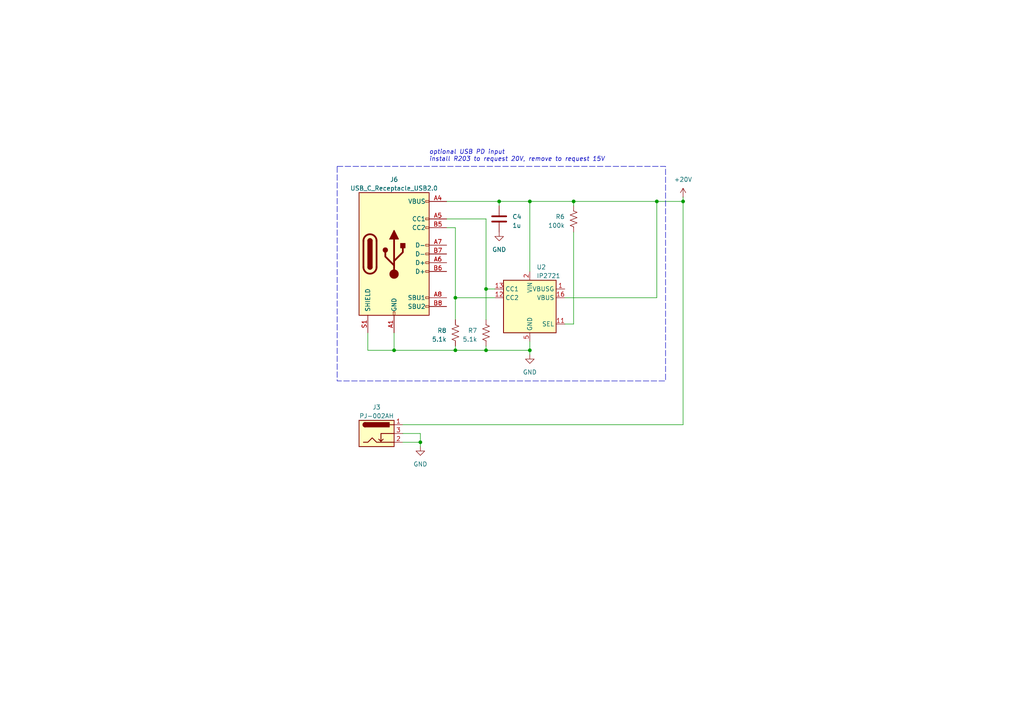
<source format=kicad_sch>
(kicad_sch
	(version 20231120)
	(generator "eeschema")
	(generator_version "8.0")
	(uuid "62756053-8f92-41aa-9a46-2fc6947760b2")
	(paper "A4")
	(lib_symbols
		(symbol "Connector:Barrel_Jack_Switch"
			(pin_names hide)
			(exclude_from_sim no)
			(in_bom yes)
			(on_board yes)
			(property "Reference" "J"
				(at 0 5.334 0)
				(effects
					(font
						(size 1.27 1.27)
					)
				)
			)
			(property "Value" "Barrel_Jack_Switch"
				(at 0 -5.08 0)
				(effects
					(font
						(size 1.27 1.27)
					)
				)
			)
			(property "Footprint" ""
				(at 1.27 -1.016 0)
				(effects
					(font
						(size 1.27 1.27)
					)
					(hide yes)
				)
			)
			(property "Datasheet" "~"
				(at 1.27 -1.016 0)
				(effects
					(font
						(size 1.27 1.27)
					)
					(hide yes)
				)
			)
			(property "Description" "DC Barrel Jack with an internal switch"
				(at 0 0 0)
				(effects
					(font
						(size 1.27 1.27)
					)
					(hide yes)
				)
			)
			(property "ki_keywords" "DC power barrel jack connector"
				(at 0 0 0)
				(effects
					(font
						(size 1.27 1.27)
					)
					(hide yes)
				)
			)
			(property "ki_fp_filters" "BarrelJack*"
				(at 0 0 0)
				(effects
					(font
						(size 1.27 1.27)
					)
					(hide yes)
				)
			)
			(symbol "Barrel_Jack_Switch_0_1"
				(rectangle
					(start -5.08 3.81)
					(end 5.08 -3.81)
					(stroke
						(width 0.254)
						(type default)
					)
					(fill
						(type background)
					)
				)
				(arc
					(start -3.302 3.175)
					(mid -3.9343 2.54)
					(end -3.302 1.905)
					(stroke
						(width 0.254)
						(type default)
					)
					(fill
						(type none)
					)
				)
				(arc
					(start -3.302 3.175)
					(mid -3.9343 2.54)
					(end -3.302 1.905)
					(stroke
						(width 0.254)
						(type default)
					)
					(fill
						(type outline)
					)
				)
				(polyline
					(pts
						(xy 1.27 -2.286) (xy 1.905 -1.651)
					)
					(stroke
						(width 0.254)
						(type default)
					)
					(fill
						(type none)
					)
				)
				(polyline
					(pts
						(xy 5.08 2.54) (xy 3.81 2.54)
					)
					(stroke
						(width 0.254)
						(type default)
					)
					(fill
						(type none)
					)
				)
				(polyline
					(pts
						(xy 5.08 0) (xy 1.27 0) (xy 1.27 -2.286) (xy 0.635 -1.651)
					)
					(stroke
						(width 0.254)
						(type default)
					)
					(fill
						(type none)
					)
				)
				(polyline
					(pts
						(xy -3.81 -2.54) (xy -2.54 -2.54) (xy -1.27 -1.27) (xy 0 -2.54) (xy 2.54 -2.54) (xy 5.08 -2.54)
					)
					(stroke
						(width 0.254)
						(type default)
					)
					(fill
						(type none)
					)
				)
				(rectangle
					(start 3.683 3.175)
					(end -3.302 1.905)
					(stroke
						(width 0.254)
						(type default)
					)
					(fill
						(type outline)
					)
				)
			)
			(symbol "Barrel_Jack_Switch_1_1"
				(pin passive line
					(at 7.62 2.54 180)
					(length 2.54)
					(name "~"
						(effects
							(font
								(size 1.27 1.27)
							)
						)
					)
					(number "1"
						(effects
							(font
								(size 1.27 1.27)
							)
						)
					)
				)
				(pin passive line
					(at 7.62 -2.54 180)
					(length 2.54)
					(name "~"
						(effects
							(font
								(size 1.27 1.27)
							)
						)
					)
					(number "2"
						(effects
							(font
								(size 1.27 1.27)
							)
						)
					)
				)
				(pin passive line
					(at 7.62 0 180)
					(length 2.54)
					(name "~"
						(effects
							(font
								(size 1.27 1.27)
							)
						)
					)
					(number "3"
						(effects
							(font
								(size 1.27 1.27)
							)
						)
					)
				)
			)
		)
		(symbol "Connector:USB_C_Receptacle_USB2.0"
			(pin_names
				(offset 1.016)
			)
			(exclude_from_sim no)
			(in_bom yes)
			(on_board yes)
			(property "Reference" "J"
				(at -10.16 19.05 0)
				(effects
					(font
						(size 1.27 1.27)
					)
					(justify left)
				)
			)
			(property "Value" "USB_C_Receptacle_USB2.0"
				(at 19.05 19.05 0)
				(effects
					(font
						(size 1.27 1.27)
					)
					(justify right)
				)
			)
			(property "Footprint" ""
				(at 3.81 0 0)
				(effects
					(font
						(size 1.27 1.27)
					)
					(hide yes)
				)
			)
			(property "Datasheet" "https://www.usb.org/sites/default/files/documents/usb_type-c.zip"
				(at 3.81 0 0)
				(effects
					(font
						(size 1.27 1.27)
					)
					(hide yes)
				)
			)
			(property "Description" "USB 2.0-only Type-C Receptacle connector"
				(at 0 0 0)
				(effects
					(font
						(size 1.27 1.27)
					)
					(hide yes)
				)
			)
			(property "ki_keywords" "usb universal serial bus type-C USB2.0"
				(at 0 0 0)
				(effects
					(font
						(size 1.27 1.27)
					)
					(hide yes)
				)
			)
			(property "ki_fp_filters" "USB*C*Receptacle*"
				(at 0 0 0)
				(effects
					(font
						(size 1.27 1.27)
					)
					(hide yes)
				)
			)
			(symbol "USB_C_Receptacle_USB2.0_0_0"
				(rectangle
					(start -0.254 -17.78)
					(end 0.254 -16.764)
					(stroke
						(width 0)
						(type default)
					)
					(fill
						(type none)
					)
				)
				(rectangle
					(start 10.16 -14.986)
					(end 9.144 -15.494)
					(stroke
						(width 0)
						(type default)
					)
					(fill
						(type none)
					)
				)
				(rectangle
					(start 10.16 -12.446)
					(end 9.144 -12.954)
					(stroke
						(width 0)
						(type default)
					)
					(fill
						(type none)
					)
				)
				(rectangle
					(start 10.16 -4.826)
					(end 9.144 -5.334)
					(stroke
						(width 0)
						(type default)
					)
					(fill
						(type none)
					)
				)
				(rectangle
					(start 10.16 -2.286)
					(end 9.144 -2.794)
					(stroke
						(width 0)
						(type default)
					)
					(fill
						(type none)
					)
				)
				(rectangle
					(start 10.16 0.254)
					(end 9.144 -0.254)
					(stroke
						(width 0)
						(type default)
					)
					(fill
						(type none)
					)
				)
				(rectangle
					(start 10.16 2.794)
					(end 9.144 2.286)
					(stroke
						(width 0)
						(type default)
					)
					(fill
						(type none)
					)
				)
				(rectangle
					(start 10.16 7.874)
					(end 9.144 7.366)
					(stroke
						(width 0)
						(type default)
					)
					(fill
						(type none)
					)
				)
				(rectangle
					(start 10.16 10.414)
					(end 9.144 9.906)
					(stroke
						(width 0)
						(type default)
					)
					(fill
						(type none)
					)
				)
				(rectangle
					(start 10.16 15.494)
					(end 9.144 14.986)
					(stroke
						(width 0)
						(type default)
					)
					(fill
						(type none)
					)
				)
			)
			(symbol "USB_C_Receptacle_USB2.0_0_1"
				(rectangle
					(start -10.16 17.78)
					(end 10.16 -17.78)
					(stroke
						(width 0.254)
						(type default)
					)
					(fill
						(type background)
					)
				)
				(arc
					(start -8.89 -3.81)
					(mid -6.985 -5.7067)
					(end -5.08 -3.81)
					(stroke
						(width 0.508)
						(type default)
					)
					(fill
						(type none)
					)
				)
				(arc
					(start -7.62 -3.81)
					(mid -6.985 -4.4423)
					(end -6.35 -3.81)
					(stroke
						(width 0.254)
						(type default)
					)
					(fill
						(type none)
					)
				)
				(arc
					(start -7.62 -3.81)
					(mid -6.985 -4.4423)
					(end -6.35 -3.81)
					(stroke
						(width 0.254)
						(type default)
					)
					(fill
						(type outline)
					)
				)
				(rectangle
					(start -7.62 -3.81)
					(end -6.35 3.81)
					(stroke
						(width 0.254)
						(type default)
					)
					(fill
						(type outline)
					)
				)
				(arc
					(start -6.35 3.81)
					(mid -6.985 4.4423)
					(end -7.62 3.81)
					(stroke
						(width 0.254)
						(type default)
					)
					(fill
						(type none)
					)
				)
				(arc
					(start -6.35 3.81)
					(mid -6.985 4.4423)
					(end -7.62 3.81)
					(stroke
						(width 0.254)
						(type default)
					)
					(fill
						(type outline)
					)
				)
				(arc
					(start -5.08 3.81)
					(mid -6.985 5.7067)
					(end -8.89 3.81)
					(stroke
						(width 0.508)
						(type default)
					)
					(fill
						(type none)
					)
				)
				(circle
					(center -2.54 1.143)
					(radius 0.635)
					(stroke
						(width 0.254)
						(type default)
					)
					(fill
						(type outline)
					)
				)
				(circle
					(center 0 -5.842)
					(radius 1.27)
					(stroke
						(width 0)
						(type default)
					)
					(fill
						(type outline)
					)
				)
				(polyline
					(pts
						(xy -8.89 -3.81) (xy -8.89 3.81)
					)
					(stroke
						(width 0.508)
						(type default)
					)
					(fill
						(type none)
					)
				)
				(polyline
					(pts
						(xy -5.08 3.81) (xy -5.08 -3.81)
					)
					(stroke
						(width 0.508)
						(type default)
					)
					(fill
						(type none)
					)
				)
				(polyline
					(pts
						(xy 0 -5.842) (xy 0 4.318)
					)
					(stroke
						(width 0.508)
						(type default)
					)
					(fill
						(type none)
					)
				)
				(polyline
					(pts
						(xy 0 -3.302) (xy -2.54 -0.762) (xy -2.54 0.508)
					)
					(stroke
						(width 0.508)
						(type default)
					)
					(fill
						(type none)
					)
				)
				(polyline
					(pts
						(xy 0 -2.032) (xy 2.54 0.508) (xy 2.54 1.778)
					)
					(stroke
						(width 0.508)
						(type default)
					)
					(fill
						(type none)
					)
				)
				(polyline
					(pts
						(xy -1.27 4.318) (xy 0 6.858) (xy 1.27 4.318) (xy -1.27 4.318)
					)
					(stroke
						(width 0.254)
						(type default)
					)
					(fill
						(type outline)
					)
				)
				(rectangle
					(start 1.905 1.778)
					(end 3.175 3.048)
					(stroke
						(width 0.254)
						(type default)
					)
					(fill
						(type outline)
					)
				)
			)
			(symbol "USB_C_Receptacle_USB2.0_1_1"
				(pin passive line
					(at 0 -22.86 90)
					(length 5.08)
					(name "GND"
						(effects
							(font
								(size 1.27 1.27)
							)
						)
					)
					(number "A1"
						(effects
							(font
								(size 1.27 1.27)
							)
						)
					)
				)
				(pin passive line
					(at 0 -22.86 90)
					(length 5.08) hide
					(name "GND"
						(effects
							(font
								(size 1.27 1.27)
							)
						)
					)
					(number "A12"
						(effects
							(font
								(size 1.27 1.27)
							)
						)
					)
				)
				(pin passive line
					(at 15.24 15.24 180)
					(length 5.08)
					(name "VBUS"
						(effects
							(font
								(size 1.27 1.27)
							)
						)
					)
					(number "A4"
						(effects
							(font
								(size 1.27 1.27)
							)
						)
					)
				)
				(pin bidirectional line
					(at 15.24 10.16 180)
					(length 5.08)
					(name "CC1"
						(effects
							(font
								(size 1.27 1.27)
							)
						)
					)
					(number "A5"
						(effects
							(font
								(size 1.27 1.27)
							)
						)
					)
				)
				(pin bidirectional line
					(at 15.24 -2.54 180)
					(length 5.08)
					(name "D+"
						(effects
							(font
								(size 1.27 1.27)
							)
						)
					)
					(number "A6"
						(effects
							(font
								(size 1.27 1.27)
							)
						)
					)
				)
				(pin bidirectional line
					(at 15.24 2.54 180)
					(length 5.08)
					(name "D-"
						(effects
							(font
								(size 1.27 1.27)
							)
						)
					)
					(number "A7"
						(effects
							(font
								(size 1.27 1.27)
							)
						)
					)
				)
				(pin bidirectional line
					(at 15.24 -12.7 180)
					(length 5.08)
					(name "SBU1"
						(effects
							(font
								(size 1.27 1.27)
							)
						)
					)
					(number "A8"
						(effects
							(font
								(size 1.27 1.27)
							)
						)
					)
				)
				(pin passive line
					(at 15.24 15.24 180)
					(length 5.08) hide
					(name "VBUS"
						(effects
							(font
								(size 1.27 1.27)
							)
						)
					)
					(number "A9"
						(effects
							(font
								(size 1.27 1.27)
							)
						)
					)
				)
				(pin passive line
					(at 0 -22.86 90)
					(length 5.08) hide
					(name "GND"
						(effects
							(font
								(size 1.27 1.27)
							)
						)
					)
					(number "B1"
						(effects
							(font
								(size 1.27 1.27)
							)
						)
					)
				)
				(pin passive line
					(at 0 -22.86 90)
					(length 5.08) hide
					(name "GND"
						(effects
							(font
								(size 1.27 1.27)
							)
						)
					)
					(number "B12"
						(effects
							(font
								(size 1.27 1.27)
							)
						)
					)
				)
				(pin passive line
					(at 15.24 15.24 180)
					(length 5.08) hide
					(name "VBUS"
						(effects
							(font
								(size 1.27 1.27)
							)
						)
					)
					(number "B4"
						(effects
							(font
								(size 1.27 1.27)
							)
						)
					)
				)
				(pin bidirectional line
					(at 15.24 7.62 180)
					(length 5.08)
					(name "CC2"
						(effects
							(font
								(size 1.27 1.27)
							)
						)
					)
					(number "B5"
						(effects
							(font
								(size 1.27 1.27)
							)
						)
					)
				)
				(pin bidirectional line
					(at 15.24 -5.08 180)
					(length 5.08)
					(name "D+"
						(effects
							(font
								(size 1.27 1.27)
							)
						)
					)
					(number "B6"
						(effects
							(font
								(size 1.27 1.27)
							)
						)
					)
				)
				(pin bidirectional line
					(at 15.24 0 180)
					(length 5.08)
					(name "D-"
						(effects
							(font
								(size 1.27 1.27)
							)
						)
					)
					(number "B7"
						(effects
							(font
								(size 1.27 1.27)
							)
						)
					)
				)
				(pin bidirectional line
					(at 15.24 -15.24 180)
					(length 5.08)
					(name "SBU2"
						(effects
							(font
								(size 1.27 1.27)
							)
						)
					)
					(number "B8"
						(effects
							(font
								(size 1.27 1.27)
							)
						)
					)
				)
				(pin passive line
					(at 15.24 15.24 180)
					(length 5.08) hide
					(name "VBUS"
						(effects
							(font
								(size 1.27 1.27)
							)
						)
					)
					(number "B9"
						(effects
							(font
								(size 1.27 1.27)
							)
						)
					)
				)
				(pin passive line
					(at -7.62 -22.86 90)
					(length 5.08)
					(name "SHIELD"
						(effects
							(font
								(size 1.27 1.27)
							)
						)
					)
					(number "S1"
						(effects
							(font
								(size 1.27 1.27)
							)
						)
					)
				)
			)
		)
		(symbol "Device:C"
			(pin_numbers hide)
			(pin_names
				(offset 0.254)
			)
			(exclude_from_sim no)
			(in_bom yes)
			(on_board yes)
			(property "Reference" "C"
				(at 0.635 2.54 0)
				(effects
					(font
						(size 1.27 1.27)
					)
					(justify left)
				)
			)
			(property "Value" "C"
				(at 0.635 -2.54 0)
				(effects
					(font
						(size 1.27 1.27)
					)
					(justify left)
				)
			)
			(property "Footprint" ""
				(at 0.9652 -3.81 0)
				(effects
					(font
						(size 1.27 1.27)
					)
					(hide yes)
				)
			)
			(property "Datasheet" "~"
				(at 0 0 0)
				(effects
					(font
						(size 1.27 1.27)
					)
					(hide yes)
				)
			)
			(property "Description" "Unpolarized capacitor"
				(at 0 0 0)
				(effects
					(font
						(size 1.27 1.27)
					)
					(hide yes)
				)
			)
			(property "ki_keywords" "cap capacitor"
				(at 0 0 0)
				(effects
					(font
						(size 1.27 1.27)
					)
					(hide yes)
				)
			)
			(property "ki_fp_filters" "C_*"
				(at 0 0 0)
				(effects
					(font
						(size 1.27 1.27)
					)
					(hide yes)
				)
			)
			(symbol "C_0_1"
				(polyline
					(pts
						(xy -2.032 -0.762) (xy 2.032 -0.762)
					)
					(stroke
						(width 0.508)
						(type default)
					)
					(fill
						(type none)
					)
				)
				(polyline
					(pts
						(xy -2.032 0.762) (xy 2.032 0.762)
					)
					(stroke
						(width 0.508)
						(type default)
					)
					(fill
						(type none)
					)
				)
			)
			(symbol "C_1_1"
				(pin passive line
					(at 0 3.81 270)
					(length 2.794)
					(name "~"
						(effects
							(font
								(size 1.27 1.27)
							)
						)
					)
					(number "1"
						(effects
							(font
								(size 1.27 1.27)
							)
						)
					)
				)
				(pin passive line
					(at 0 -3.81 90)
					(length 2.794)
					(name "~"
						(effects
							(font
								(size 1.27 1.27)
							)
						)
					)
					(number "2"
						(effects
							(font
								(size 1.27 1.27)
							)
						)
					)
				)
			)
		)
		(symbol "Device:R_US"
			(pin_numbers hide)
			(pin_names
				(offset 0)
			)
			(exclude_from_sim no)
			(in_bom yes)
			(on_board yes)
			(property "Reference" "R"
				(at 2.54 0 90)
				(effects
					(font
						(size 1.27 1.27)
					)
				)
			)
			(property "Value" "R_US"
				(at -2.54 0 90)
				(effects
					(font
						(size 1.27 1.27)
					)
				)
			)
			(property "Footprint" ""
				(at 1.016 -0.254 90)
				(effects
					(font
						(size 1.27 1.27)
					)
					(hide yes)
				)
			)
			(property "Datasheet" "~"
				(at 0 0 0)
				(effects
					(font
						(size 1.27 1.27)
					)
					(hide yes)
				)
			)
			(property "Description" "Resistor, US symbol"
				(at 0 0 0)
				(effects
					(font
						(size 1.27 1.27)
					)
					(hide yes)
				)
			)
			(property "ki_keywords" "R res resistor"
				(at 0 0 0)
				(effects
					(font
						(size 1.27 1.27)
					)
					(hide yes)
				)
			)
			(property "ki_fp_filters" "R_*"
				(at 0 0 0)
				(effects
					(font
						(size 1.27 1.27)
					)
					(hide yes)
				)
			)
			(symbol "R_US_0_1"
				(polyline
					(pts
						(xy 0 -2.286) (xy 0 -2.54)
					)
					(stroke
						(width 0)
						(type default)
					)
					(fill
						(type none)
					)
				)
				(polyline
					(pts
						(xy 0 2.286) (xy 0 2.54)
					)
					(stroke
						(width 0)
						(type default)
					)
					(fill
						(type none)
					)
				)
				(polyline
					(pts
						(xy 0 -0.762) (xy 1.016 -1.143) (xy 0 -1.524) (xy -1.016 -1.905) (xy 0 -2.286)
					)
					(stroke
						(width 0)
						(type default)
					)
					(fill
						(type none)
					)
				)
				(polyline
					(pts
						(xy 0 0.762) (xy 1.016 0.381) (xy 0 0) (xy -1.016 -0.381) (xy 0 -0.762)
					)
					(stroke
						(width 0)
						(type default)
					)
					(fill
						(type none)
					)
				)
				(polyline
					(pts
						(xy 0 2.286) (xy 1.016 1.905) (xy 0 1.524) (xy -1.016 1.143) (xy 0 0.762)
					)
					(stroke
						(width 0)
						(type default)
					)
					(fill
						(type none)
					)
				)
			)
			(symbol "R_US_1_1"
				(pin passive line
					(at 0 3.81 270)
					(length 1.27)
					(name "~"
						(effects
							(font
								(size 1.27 1.27)
							)
						)
					)
					(number "1"
						(effects
							(font
								(size 1.27 1.27)
							)
						)
					)
				)
				(pin passive line
					(at 0 -3.81 90)
					(length 1.27)
					(name "~"
						(effects
							(font
								(size 1.27 1.27)
							)
						)
					)
					(number "2"
						(effects
							(font
								(size 1.27 1.27)
							)
						)
					)
				)
			)
		)
		(symbol "Interface_USB:IP2721"
			(exclude_from_sim no)
			(in_bom yes)
			(on_board yes)
			(property "Reference" "U"
				(at 5.08 -10.16 0)
				(effects
					(font
						(size 1.27 1.27)
					)
				)
			)
			(property "Value" "IP2721"
				(at 7.62 -12.7 0)
				(effects
					(font
						(size 1.27 1.27)
					)
				)
			)
			(property "Footprint" "Package_SO:TSSOP-16_4.4x5mm_P0.65mm"
				(at 0 -20.32 0)
				(effects
					(font
						(size 1.27 1.27)
					)
					(hide yes)
				)
			)
			(property "Datasheet" "https://datasheet.lcsc.com/lcsc/2006111335_INJOINIC-IP2721_C603176.pdf"
				(at 0 0 0)
				(effects
					(font
						(size 1.27 1.27)
					)
					(hide yes)
				)
			)
			(property "Description" "USB TYPEC  PD Controller Interface, TSSOP-16"
				(at 0 0 0)
				(effects
					(font
						(size 1.27 1.27)
					)
					(hide yes)
				)
			)
			(property "ki_keywords" "USB TYPEC PD"
				(at 0 0 0)
				(effects
					(font
						(size 1.27 1.27)
					)
					(hide yes)
				)
			)
			(property "ki_fp_filters" "TSSOP*16*4.4x5mm*P0.65mm*"
				(at 0 0 0)
				(effects
					(font
						(size 1.27 1.27)
					)
					(hide yes)
				)
			)
			(symbol "IP2721_0_1"
				(rectangle
					(start -7.62 7.62)
					(end 7.62 -7.62)
					(stroke
						(width 0.254)
						(type default)
					)
					(fill
						(type background)
					)
				)
			)
			(symbol "IP2721_1_1"
				(pin output line
					(at 10.16 5.08 180)
					(length 2.54)
					(name "VBUSG"
						(effects
							(font
								(size 1.27 1.27)
							)
						)
					)
					(number "1"
						(effects
							(font
								(size 1.27 1.27)
							)
						)
					)
				)
				(pin no_connect line
					(at -2.54 -7.62 90)
					(length 2.54) hide
					(name "NC"
						(effects
							(font
								(size 1.27 1.27)
							)
						)
					)
					(number "10"
						(effects
							(font
								(size 1.27 1.27)
							)
						)
					)
				)
				(pin input line
					(at 10.16 -5.08 180)
					(length 2.54)
					(name "SEL"
						(effects
							(font
								(size 1.27 1.27)
							)
						)
					)
					(number "11"
						(effects
							(font
								(size 1.27 1.27)
							)
						)
					)
				)
				(pin bidirectional line
					(at -10.16 2.54 0)
					(length 2.54)
					(name "CC2"
						(effects
							(font
								(size 1.27 1.27)
							)
						)
					)
					(number "12"
						(effects
							(font
								(size 1.27 1.27)
							)
						)
					)
				)
				(pin bidirectional line
					(at -10.16 5.08 0)
					(length 2.54)
					(name "CC1"
						(effects
							(font
								(size 1.27 1.27)
							)
						)
					)
					(number "13"
						(effects
							(font
								(size 1.27 1.27)
							)
						)
					)
				)
				(pin no_connect line
					(at 2.54 -7.62 90)
					(length 2.54) hide
					(name "NC"
						(effects
							(font
								(size 1.27 1.27)
							)
						)
					)
					(number "14"
						(effects
							(font
								(size 1.27 1.27)
							)
						)
					)
				)
				(pin no_connect line
					(at 5.08 -7.62 90)
					(length 2.54) hide
					(name "NC"
						(effects
							(font
								(size 1.27 1.27)
							)
						)
					)
					(number "15"
						(effects
							(font
								(size 1.27 1.27)
							)
						)
					)
				)
				(pin input line
					(at 10.16 2.54 180)
					(length 2.54)
					(name "VBUS"
						(effects
							(font
								(size 1.27 1.27)
							)
						)
					)
					(number "16"
						(effects
							(font
								(size 1.27 1.27)
							)
						)
					)
				)
				(pin power_in line
					(at 0 10.16 270)
					(length 2.54)
					(name "VIN"
						(effects
							(font
								(size 1.27 1.27)
							)
						)
					)
					(number "2"
						(effects
							(font
								(size 1.27 1.27)
							)
						)
					)
				)
				(pin no_connect line
					(at -5.08 7.62 270)
					(length 2.54) hide
					(name "NC"
						(effects
							(font
								(size 1.27 1.27)
							)
						)
					)
					(number "3"
						(effects
							(font
								(size 1.27 1.27)
							)
						)
					)
				)
				(pin no_connect line
					(at -7.62 -2.54 0)
					(length 2.54) hide
					(name "NC"
						(effects
							(font
								(size 1.27 1.27)
							)
						)
					)
					(number "4"
						(effects
							(font
								(size 1.27 1.27)
							)
						)
					)
				)
				(pin power_in line
					(at 0 -10.16 90)
					(length 2.54)
					(name "GND"
						(effects
							(font
								(size 1.27 1.27)
							)
						)
					)
					(number "5"
						(effects
							(font
								(size 1.27 1.27)
							)
						)
					)
				)
				(pin no_connect line
					(at -2.54 7.62 270)
					(length 2.54) hide
					(name "NC"
						(effects
							(font
								(size 1.27 1.27)
							)
						)
					)
					(number "6"
						(effects
							(font
								(size 1.27 1.27)
							)
						)
					)
				)
				(pin no_connect line
					(at 2.54 7.62 90)
					(length 2.54) hide
					(name "NC"
						(effects
							(font
								(size 1.27 1.27)
							)
						)
					)
					(number "7"
						(effects
							(font
								(size 1.27 1.27)
							)
						)
					)
				)
				(pin no_connect line
					(at 5.08 7.62 90)
					(length 2.54) hide
					(name "NC"
						(effects
							(font
								(size 1.27 1.27)
							)
						)
					)
					(number "8"
						(effects
							(font
								(size 1.27 1.27)
							)
						)
					)
				)
				(pin no_connect line
					(at -5.08 -7.62 90)
					(length 2.54) hide
					(name "NC"
						(effects
							(font
								(size 1.27 1.27)
							)
						)
					)
					(number "9"
						(effects
							(font
								(size 1.27 1.27)
							)
						)
					)
				)
			)
		)
		(symbol "power:+24V"
			(power)
			(pin_numbers hide)
			(pin_names
				(offset 0) hide)
			(exclude_from_sim no)
			(in_bom yes)
			(on_board yes)
			(property "Reference" "#PWR"
				(at 0 -3.81 0)
				(effects
					(font
						(size 1.27 1.27)
					)
					(hide yes)
				)
			)
			(property "Value" "+24V"
				(at 0 3.556 0)
				(effects
					(font
						(size 1.27 1.27)
					)
				)
			)
			(property "Footprint" ""
				(at 0 0 0)
				(effects
					(font
						(size 1.27 1.27)
					)
					(hide yes)
				)
			)
			(property "Datasheet" ""
				(at 0 0 0)
				(effects
					(font
						(size 1.27 1.27)
					)
					(hide yes)
				)
			)
			(property "Description" "Power symbol creates a global label with name \"+24V\""
				(at 0 0 0)
				(effects
					(font
						(size 1.27 1.27)
					)
					(hide yes)
				)
			)
			(property "ki_keywords" "global power"
				(at 0 0 0)
				(effects
					(font
						(size 1.27 1.27)
					)
					(hide yes)
				)
			)
			(symbol "+24V_0_1"
				(polyline
					(pts
						(xy -0.762 1.27) (xy 0 2.54)
					)
					(stroke
						(width 0)
						(type default)
					)
					(fill
						(type none)
					)
				)
				(polyline
					(pts
						(xy 0 0) (xy 0 2.54)
					)
					(stroke
						(width 0)
						(type default)
					)
					(fill
						(type none)
					)
				)
				(polyline
					(pts
						(xy 0 2.54) (xy 0.762 1.27)
					)
					(stroke
						(width 0)
						(type default)
					)
					(fill
						(type none)
					)
				)
			)
			(symbol "+24V_1_1"
				(pin power_in line
					(at 0 0 90)
					(length 0)
					(name "~"
						(effects
							(font
								(size 1.27 1.27)
							)
						)
					)
					(number "1"
						(effects
							(font
								(size 1.27 1.27)
							)
						)
					)
				)
			)
		)
		(symbol "power:GND"
			(power)
			(pin_names
				(offset 0)
			)
			(exclude_from_sim no)
			(in_bom yes)
			(on_board yes)
			(property "Reference" "#PWR"
				(at 0 -6.35 0)
				(effects
					(font
						(size 1.27 1.27)
					)
					(hide yes)
				)
			)
			(property "Value" "GND"
				(at 0 -3.81 0)
				(effects
					(font
						(size 1.27 1.27)
					)
				)
			)
			(property "Footprint" ""
				(at 0 0 0)
				(effects
					(font
						(size 1.27 1.27)
					)
					(hide yes)
				)
			)
			(property "Datasheet" ""
				(at 0 0 0)
				(effects
					(font
						(size 1.27 1.27)
					)
					(hide yes)
				)
			)
			(property "Description" "Power symbol creates a global label with name \"GND\" , ground"
				(at 0 0 0)
				(effects
					(font
						(size 1.27 1.27)
					)
					(hide yes)
				)
			)
			(property "ki_keywords" "global power"
				(at 0 0 0)
				(effects
					(font
						(size 1.27 1.27)
					)
					(hide yes)
				)
			)
			(symbol "GND_0_1"
				(polyline
					(pts
						(xy 0 0) (xy 0 -1.27) (xy 1.27 -1.27) (xy 0 -2.54) (xy -1.27 -1.27) (xy 0 -1.27)
					)
					(stroke
						(width 0)
						(type default)
					)
					(fill
						(type none)
					)
				)
			)
			(symbol "GND_1_1"
				(pin power_in line
					(at 0 0 270)
					(length 0) hide
					(name "GND"
						(effects
							(font
								(size 1.27 1.27)
							)
						)
					)
					(number "1"
						(effects
							(font
								(size 1.27 1.27)
							)
						)
					)
				)
			)
		)
	)
	(junction
		(at 132.08 86.36)
		(diameter 0)
		(color 0 0 0 0)
		(uuid "270291f4-0d0d-457a-9bbd-5ec0da387111")
	)
	(junction
		(at 121.92 128.27)
		(diameter 0)
		(color 0 0 0 0)
		(uuid "281448b9-27f8-438f-b156-67efa9ec5582")
	)
	(junction
		(at 190.5 58.42)
		(diameter 0)
		(color 0 0 0 0)
		(uuid "58b03b9a-166b-4b27-928a-77a8793bbb66")
	)
	(junction
		(at 132.08 101.6)
		(diameter 0)
		(color 0 0 0 0)
		(uuid "6048bd87-edc4-4e1a-88c6-9d59e56a960a")
	)
	(junction
		(at 153.67 58.42)
		(diameter 0)
		(color 0 0 0 0)
		(uuid "6df2c057-2c69-4d16-9e39-c5573a06bffe")
	)
	(junction
		(at 198.12 58.42)
		(diameter 0)
		(color 0 0 0 0)
		(uuid "8911d8ee-8f6d-4446-9e8a-76729f48c42a")
	)
	(junction
		(at 166.37 58.42)
		(diameter 0)
		(color 0 0 0 0)
		(uuid "954ffaa7-5a72-4251-b8d8-dbfeb189c7c8")
	)
	(junction
		(at 140.97 101.6)
		(diameter 0)
		(color 0 0 0 0)
		(uuid "a9c38d1f-ac37-4243-bc9b-d8b995cf7eae")
	)
	(junction
		(at 153.67 101.6)
		(diameter 0)
		(color 0 0 0 0)
		(uuid "bc0baf35-fb55-4abb-bbf7-50992592dd21")
	)
	(junction
		(at 114.3 101.6)
		(diameter 0)
		(color 0 0 0 0)
		(uuid "c6af0049-4223-4859-a76b-87877a2b1d31")
	)
	(junction
		(at 140.97 83.82)
		(diameter 0)
		(color 0 0 0 0)
		(uuid "cc9d0e1e-d00c-4ba0-8dc0-d750e4de6510")
	)
	(junction
		(at 144.78 58.42)
		(diameter 0)
		(color 0 0 0 0)
		(uuid "fac69fba-d407-43e8-90f8-b6f43f24f576")
	)
	(wire
		(pts
			(xy 140.97 100.33) (xy 140.97 101.6)
		)
		(stroke
			(width 0)
			(type default)
		)
		(uuid "02801d47-2f2a-4eea-ac65-1de30ee2abe2")
	)
	(wire
		(pts
			(xy 132.08 101.6) (xy 132.08 100.33)
		)
		(stroke
			(width 0)
			(type default)
		)
		(uuid "068f3a7d-c74c-4f53-bef0-d6f8f1d29284")
	)
	(wire
		(pts
			(xy 114.3 101.6) (xy 106.68 101.6)
		)
		(stroke
			(width 0)
			(type default)
		)
		(uuid "0aa8fb17-5914-4a0e-9d42-9c0124215e89")
	)
	(wire
		(pts
			(xy 132.08 101.6) (xy 140.97 101.6)
		)
		(stroke
			(width 0)
			(type default)
		)
		(uuid "0cd17908-32cd-42e0-a885-2fe9eb767755")
	)
	(wire
		(pts
			(xy 198.12 57.15) (xy 198.12 58.42)
		)
		(stroke
			(width 0)
			(type default)
		)
		(uuid "110d2919-35b0-47c9-83a9-f736daa48227")
	)
	(wire
		(pts
			(xy 140.97 83.82) (xy 140.97 92.71)
		)
		(stroke
			(width 0)
			(type default)
		)
		(uuid "111e086f-dfcd-4f7a-9fce-760f781a06e7")
	)
	(wire
		(pts
			(xy 166.37 58.42) (xy 190.5 58.42)
		)
		(stroke
			(width 0)
			(type default)
		)
		(uuid "20f44743-bd73-4160-9feb-fc606f104ad4")
	)
	(wire
		(pts
			(xy 140.97 101.6) (xy 153.67 101.6)
		)
		(stroke
			(width 0)
			(type default)
		)
		(uuid "2258fc11-36de-43cf-9ef0-8c53264fb1c9")
	)
	(wire
		(pts
			(xy 129.54 58.42) (xy 144.78 58.42)
		)
		(stroke
			(width 0)
			(type default)
		)
		(uuid "2b56a4e5-eece-4713-aca8-ffdfba031c47")
	)
	(wire
		(pts
			(xy 190.5 86.36) (xy 163.83 86.36)
		)
		(stroke
			(width 0)
			(type default)
		)
		(uuid "395d47ca-c94d-4db3-bf15-ca01d39acb90")
	)
	(wire
		(pts
			(xy 121.92 125.73) (xy 121.92 128.27)
		)
		(stroke
			(width 0)
			(type default)
		)
		(uuid "3b0bd82d-02c1-44c0-9985-f8fdde975f02")
	)
	(wire
		(pts
			(xy 121.92 128.27) (xy 121.92 129.54)
		)
		(stroke
			(width 0)
			(type default)
		)
		(uuid "3fd4f179-5890-41f3-9c3f-0dbab0d330ed")
	)
	(wire
		(pts
			(xy 144.78 58.42) (xy 144.78 59.69)
		)
		(stroke
			(width 0)
			(type default)
		)
		(uuid "479f22bb-885c-4d6e-aa62-bd0b19b4d850")
	)
	(wire
		(pts
			(xy 190.5 58.42) (xy 198.12 58.42)
		)
		(stroke
			(width 0)
			(type default)
		)
		(uuid "4bb22ca3-e46d-4984-b4d4-84df9444ed2f")
	)
	(wire
		(pts
			(xy 153.67 99.06) (xy 153.67 101.6)
		)
		(stroke
			(width 0)
			(type default)
		)
		(uuid "4d90022b-ea1a-4307-b87b-9054ac723118")
	)
	(wire
		(pts
			(xy 106.68 101.6) (xy 106.68 96.52)
		)
		(stroke
			(width 0)
			(type default)
		)
		(uuid "56505e59-aef8-4e35-b733-8a45ff449730")
	)
	(wire
		(pts
			(xy 114.3 101.6) (xy 132.08 101.6)
		)
		(stroke
			(width 0)
			(type default)
		)
		(uuid "5733b790-7149-4d5d-a39a-398ce67eaac5")
	)
	(wire
		(pts
			(xy 129.54 63.5) (xy 140.97 63.5)
		)
		(stroke
			(width 0)
			(type default)
		)
		(uuid "6192f2bc-a12c-4591-8747-5b0229334dea")
	)
	(wire
		(pts
			(xy 153.67 58.42) (xy 166.37 58.42)
		)
		(stroke
			(width 0)
			(type default)
		)
		(uuid "695e307f-6ef0-4267-a74e-db8ecc34467f")
	)
	(wire
		(pts
			(xy 121.92 128.27) (xy 116.84 128.27)
		)
		(stroke
			(width 0)
			(type default)
		)
		(uuid "6d0b79e2-0bce-459f-b82a-672dbb27690c")
	)
	(wire
		(pts
			(xy 116.84 125.73) (xy 121.92 125.73)
		)
		(stroke
			(width 0)
			(type default)
		)
		(uuid "7453bc80-7e3e-4494-9532-098e8c1e0164")
	)
	(wire
		(pts
			(xy 116.84 123.19) (xy 198.12 123.19)
		)
		(stroke
			(width 0)
			(type default)
		)
		(uuid "7818a50e-154e-4c66-a3ae-449d34a8f51c")
	)
	(wire
		(pts
			(xy 190.5 58.42) (xy 190.5 86.36)
		)
		(stroke
			(width 0)
			(type default)
		)
		(uuid "86228951-3c59-487f-9c08-5c3896626563")
	)
	(wire
		(pts
			(xy 198.12 123.19) (xy 198.12 58.42)
		)
		(stroke
			(width 0)
			(type default)
		)
		(uuid "9a71e2d2-56e0-47f0-97a2-a241501d81d3")
	)
	(wire
		(pts
			(xy 132.08 66.04) (xy 129.54 66.04)
		)
		(stroke
			(width 0)
			(type default)
		)
		(uuid "9da1e92f-ab5a-4d4c-be7b-83a10d889807")
	)
	(wire
		(pts
			(xy 153.67 102.87) (xy 153.67 101.6)
		)
		(stroke
			(width 0)
			(type default)
		)
		(uuid "9f483dd4-abe5-4757-bab1-f6775ef60914")
	)
	(wire
		(pts
			(xy 114.3 96.52) (xy 114.3 101.6)
		)
		(stroke
			(width 0)
			(type default)
		)
		(uuid "a945dfc7-4afe-4649-afc9-f39a83fcc1fa")
	)
	(wire
		(pts
			(xy 140.97 83.82) (xy 143.51 83.82)
		)
		(stroke
			(width 0)
			(type default)
		)
		(uuid "aec540c0-9c10-4790-b113-efcdd5f2de42")
	)
	(wire
		(pts
			(xy 166.37 93.98) (xy 166.37 67.31)
		)
		(stroke
			(width 0)
			(type default)
		)
		(uuid "b27f6613-6268-4004-a785-6ced1dbe4f5a")
	)
	(wire
		(pts
			(xy 144.78 58.42) (xy 153.67 58.42)
		)
		(stroke
			(width 0)
			(type default)
		)
		(uuid "bbf9caed-2d56-4397-bacb-88ee8c6b00ce")
	)
	(wire
		(pts
			(xy 153.67 58.42) (xy 153.67 78.74)
		)
		(stroke
			(width 0)
			(type default)
		)
		(uuid "c3f9c830-af10-48ba-b586-06283ce06c6f")
	)
	(wire
		(pts
			(xy 163.83 93.98) (xy 166.37 93.98)
		)
		(stroke
			(width 0)
			(type default)
		)
		(uuid "c8b5a00d-73a2-4ba1-86cb-6fc9d2b3cf43")
	)
	(wire
		(pts
			(xy 132.08 86.36) (xy 132.08 66.04)
		)
		(stroke
			(width 0)
			(type default)
		)
		(uuid "d893330b-167a-45d5-ab9f-5507517135c4")
	)
	(wire
		(pts
			(xy 140.97 63.5) (xy 140.97 83.82)
		)
		(stroke
			(width 0)
			(type default)
		)
		(uuid "eac73d06-86fb-4c33-b93c-a3ba2dd43f2b")
	)
	(wire
		(pts
			(xy 166.37 58.42) (xy 166.37 59.69)
		)
		(stroke
			(width 0)
			(type default)
		)
		(uuid "ef8ef2ed-db81-4ae0-bac8-b6bf5b329ea5")
	)
	(wire
		(pts
			(xy 132.08 92.71) (xy 132.08 86.36)
		)
		(stroke
			(width 0)
			(type default)
		)
		(uuid "f4aa2fd2-219e-44dd-a1f1-04c91fdb52fb")
	)
	(wire
		(pts
			(xy 132.08 86.36) (xy 143.51 86.36)
		)
		(stroke
			(width 0)
			(type default)
		)
		(uuid "fe353aeb-c528-4ba3-9f47-1d74a878189a")
	)
	(rectangle
		(start 97.79 48.26)
		(end 193.04 110.49)
		(stroke
			(width 0)
			(type dash)
		)
		(fill
			(type none)
		)
		(uuid 796311aa-81ec-4ccf-97e8-7b7105dbed67)
	)
	(text "optional USB PD input\ninstall R203 to request 20V, remove to request 15V"
		(exclude_from_sim no)
		(at 124.46 46.99 0)
		(effects
			(font
				(size 1.27 1.27)
				(italic yes)
			)
			(justify left bottom)
		)
		(uuid "a2ec0c3b-4340-4245-964d-58bde42e7104")
	)
	(symbol
		(lib_id "Connector:USB_C_Receptacle_USB2.0")
		(at 114.3 73.66 0)
		(unit 1)
		(exclude_from_sim no)
		(in_bom yes)
		(on_board yes)
		(dnp no)
		(fields_autoplaced yes)
		(uuid "107647f0-3a1e-4e1b-a4f0-102a5ee7494b")
		(property "Reference" "J6"
			(at 114.3 52.07 0)
			(effects
				(font
					(size 1.27 1.27)
				)
			)
		)
		(property "Value" "USB_C_Receptacle_USB2.0"
			(at 114.3 54.61 0)
			(effects
				(font
					(size 1.27 1.27)
				)
			)
		)
		(property "Footprint" "Connector_USB:USB_C_Receptacle_GCT_USB4105-xx-A_16P_TopMnt_Horizontal"
			(at 118.11 73.66 0)
			(effects
				(font
					(size 1.27 1.27)
				)
				(hide yes)
			)
		)
		(property "Datasheet" "https://www.usb.org/sites/default/files/documents/usb_type-c.zip"
			(at 118.11 73.66 0)
			(effects
				(font
					(size 1.27 1.27)
				)
				(hide yes)
			)
		)
		(property "Description" ""
			(at 114.3 73.66 0)
			(effects
				(font
					(size 1.27 1.27)
				)
				(hide yes)
			)
		)
		(property "Note" ""
			(at 114.3 73.66 0)
			(effects
				(font
					(size 1.27 1.27)
				)
				(hide yes)
			)
		)
		(property "MPN" "USB4105-GF-A"
			(at 114.3 73.66 0)
			(effects
				(font
					(size 1.27 1.27)
				)
				(hide yes)
			)
		)
		(property "Sim.Enable" ""
			(at 114.3 73.66 0)
			(effects
				(font
					(size 1.27 1.27)
				)
				(hide yes)
			)
		)
		(pin "A1"
			(uuid "51c08171-2769-480d-be85-c1fc5919579e")
		)
		(pin "A12"
			(uuid "e2e11ddf-0a78-4d25-99eb-9369e5aad2c1")
		)
		(pin "A4"
			(uuid "bf37ba3a-6e96-49c5-9eb8-4e46ff527869")
		)
		(pin "A5"
			(uuid "80e85838-4cb6-4f22-9baa-b53a8bc8f027")
		)
		(pin "A6"
			(uuid "eae67e7b-5c15-4366-b5d9-95a596904217")
		)
		(pin "A7"
			(uuid "bc92fe45-2eea-4170-b124-241775071eba")
		)
		(pin "A8"
			(uuid "266f7880-b855-4f70-95c1-4a6fd7dc16b1")
		)
		(pin "A9"
			(uuid "c7518eb2-872a-43b2-993b-6bdd35b06b84")
		)
		(pin "B1"
			(uuid "e8dcba18-6f86-46ea-b459-b2384739ccca")
		)
		(pin "B12"
			(uuid "82303066-55b5-42bf-863d-8a75eeefb05c")
		)
		(pin "B4"
			(uuid "061d1dd1-74e6-414d-ae80-4f7e14af3fd6")
		)
		(pin "B5"
			(uuid "981e0fab-415a-443f-afcc-09d70a72ff44")
		)
		(pin "B6"
			(uuid "d62feda3-d974-40f7-a728-a1cd8e14e1c0")
		)
		(pin "B7"
			(uuid "9867d71d-eb63-43fa-a86b-750e61324f67")
		)
		(pin "B8"
			(uuid "b27e096e-8d2d-4652-98e0-eb8a498fedab")
		)
		(pin "B9"
			(uuid "6d3ddbf2-c918-45cf-9b46-870ef482eca0")
		)
		(pin "S1"
			(uuid "c28902ec-ebac-48ca-96fd-0ff5404ca429")
		)
		(instances
			(project "boostdriver-al8853"
				(path "/00727dd6-05dc-45da-8b8a-290f08de5929"
					(reference "J6")
					(unit 1)
				)
				(path "/00727dd6-05dc-45da-8b8a-290f08de5929/3744c170-bbff-4e9f-bb30-8b581ef6d196"
					(reference "J202")
					(unit 1)
				)
			)
			(project "backlight"
				(path "/63cba488-b124-45a5-8c04-7c074fb2a8aa/afcc1f7d-e242-43c5-82be-e1054f4bb4ab"
					(reference "J6")
					(unit 1)
				)
			)
		)
	)
	(symbol
		(lib_id "power:GND")
		(at 144.78 67.31 0)
		(unit 1)
		(exclude_from_sim no)
		(in_bom yes)
		(on_board yes)
		(dnp no)
		(fields_autoplaced yes)
		(uuid "1a8b9e5f-ad01-4a8b-a086-c981e6fb077e")
		(property "Reference" "#PWR09"
			(at 144.78 73.66 0)
			(effects
				(font
					(size 1.27 1.27)
				)
				(hide yes)
			)
		)
		(property "Value" "GND"
			(at 144.78 72.39 0)
			(effects
				(font
					(size 1.27 1.27)
				)
			)
		)
		(property "Footprint" ""
			(at 144.78 67.31 0)
			(effects
				(font
					(size 1.27 1.27)
				)
				(hide yes)
			)
		)
		(property "Datasheet" ""
			(at 144.78 67.31 0)
			(effects
				(font
					(size 1.27 1.27)
				)
				(hide yes)
			)
		)
		(property "Description" ""
			(at 144.78 67.31 0)
			(effects
				(font
					(size 1.27 1.27)
				)
				(hide yes)
			)
		)
		(pin "1"
			(uuid "efcc2c05-6be4-456d-8a93-2f62f2bde7f5")
		)
		(instances
			(project "boostdriver-al8853"
				(path "/00727dd6-05dc-45da-8b8a-290f08de5929"
					(reference "#PWR09")
					(unit 1)
				)
				(path "/00727dd6-05dc-45da-8b8a-290f08de5929/3744c170-bbff-4e9f-bb30-8b581ef6d196"
					(reference "#PWR0202")
					(unit 1)
				)
			)
			(project "backlight"
				(path "/63cba488-b124-45a5-8c04-7c074fb2a8aa/afcc1f7d-e242-43c5-82be-e1054f4bb4ab"
					(reference "#PWR09")
					(unit 1)
				)
			)
		)
	)
	(symbol
		(lib_id "power:+24V")
		(at 198.12 57.15 0)
		(unit 1)
		(exclude_from_sim no)
		(in_bom yes)
		(on_board yes)
		(dnp no)
		(fields_autoplaced yes)
		(uuid "27bc65f9-72eb-4896-b396-78b1b909bff9")
		(property "Reference" "#PWR03"
			(at 198.12 60.96 0)
			(effects
				(font
					(size 1.27 1.27)
				)
				(hide yes)
			)
		)
		(property "Value" "+20V"
			(at 198.12 52.07 0)
			(effects
				(font
					(size 1.27 1.27)
				)
			)
		)
		(property "Footprint" ""
			(at 198.12 57.15 0)
			(effects
				(font
					(size 1.27 1.27)
				)
				(hide yes)
			)
		)
		(property "Datasheet" ""
			(at 198.12 57.15 0)
			(effects
				(font
					(size 1.27 1.27)
				)
				(hide yes)
			)
		)
		(property "Description" "Power symbol creates a global label with name \"+24V\""
			(at 198.12 57.15 0)
			(effects
				(font
					(size 1.27 1.27)
				)
				(hide yes)
			)
		)
		(pin "1"
			(uuid "07e5facb-d83a-4196-9567-445dfbd1699b")
		)
		(instances
			(project "backlight"
				(path "/63cba488-b124-45a5-8c04-7c074fb2a8aa/afcc1f7d-e242-43c5-82be-e1054f4bb4ab"
					(reference "#PWR03")
					(unit 1)
				)
			)
		)
	)
	(symbol
		(lib_id "Device:R_US")
		(at 140.97 96.52 0)
		(unit 1)
		(exclude_from_sim no)
		(in_bom yes)
		(on_board yes)
		(dnp no)
		(uuid "3c84289c-f62a-4d78-8169-0d651791e9d4")
		(property "Reference" "R7"
			(at 138.43 95.885 0)
			(effects
				(font
					(size 1.27 1.27)
				)
				(justify right)
			)
		)
		(property "Value" "5.1k"
			(at 138.43 98.425 0)
			(effects
				(font
					(size 1.27 1.27)
				)
				(justify right)
			)
		)
		(property "Footprint" "Resistor_SMD:R_0603_1608Metric"
			(at 141.986 96.774 90)
			(effects
				(font
					(size 1.27 1.27)
				)
				(hide yes)
			)
		)
		(property "Datasheet" "~"
			(at 140.97 96.52 0)
			(effects
				(font
					(size 1.27 1.27)
				)
				(hide yes)
			)
		)
		(property "Description" ""
			(at 140.97 96.52 0)
			(effects
				(font
					(size 1.27 1.27)
				)
				(hide yes)
			)
		)
		(property "Note" "1%"
			(at 140.97 96.52 0)
			(effects
				(font
					(size 1.27 1.27)
				)
				(hide yes)
			)
		)
		(property "MPN" "Generic 5.1KOhm 0603 5%"
			(at 140.97 96.52 0)
			(effects
				(font
					(size 1.27 1.27)
				)
				(hide yes)
			)
		)
		(property "Sim.Enable" ""
			(at 140.97 96.52 0)
			(effects
				(font
					(size 1.27 1.27)
				)
				(hide yes)
			)
		)
		(pin "1"
			(uuid "db14b0f4-4e39-4de9-990b-d00cc52b7de1")
		)
		(pin "2"
			(uuid "f46e29aa-5ac9-4ea3-9412-4c8208466b9e")
		)
		(instances
			(project "boostdriver-al8853"
				(path "/00727dd6-05dc-45da-8b8a-290f08de5929"
					(reference "R7")
					(unit 1)
				)
				(path "/00727dd6-05dc-45da-8b8a-290f08de5929/3744c170-bbff-4e9f-bb30-8b581ef6d196"
					(reference "R202")
					(unit 1)
				)
			)
			(project "backlight"
				(path "/63cba488-b124-45a5-8c04-7c074fb2a8aa/afcc1f7d-e242-43c5-82be-e1054f4bb4ab"
					(reference "R7")
					(unit 1)
				)
			)
		)
	)
	(symbol
		(lib_id "power:GND")
		(at 121.92 129.54 0)
		(unit 1)
		(exclude_from_sim no)
		(in_bom yes)
		(on_board yes)
		(dnp no)
		(fields_autoplaced yes)
		(uuid "422d64af-e67c-401b-8755-2b53c0c73f81")
		(property "Reference" "#PWR06"
			(at 121.92 135.89 0)
			(effects
				(font
					(size 1.27 1.27)
				)
				(hide yes)
			)
		)
		(property "Value" "GND"
			(at 121.92 134.62 0)
			(effects
				(font
					(size 1.27 1.27)
				)
			)
		)
		(property "Footprint" ""
			(at 121.92 129.54 0)
			(effects
				(font
					(size 1.27 1.27)
				)
				(hide yes)
			)
		)
		(property "Datasheet" ""
			(at 121.92 129.54 0)
			(effects
				(font
					(size 1.27 1.27)
				)
				(hide yes)
			)
		)
		(property "Description" ""
			(at 121.92 129.54 0)
			(effects
				(font
					(size 1.27 1.27)
				)
				(hide yes)
			)
		)
		(pin "1"
			(uuid "8a6f078f-f7c6-4ab4-9eac-eec5a822943e")
		)
		(instances
			(project "boostdriver-al8853"
				(path "/00727dd6-05dc-45da-8b8a-290f08de5929"
					(reference "#PWR06")
					(unit 1)
				)
				(path "/00727dd6-05dc-45da-8b8a-290f08de5929/3744c170-bbff-4e9f-bb30-8b581ef6d196"
					(reference "#PWR0201")
					(unit 1)
				)
			)
			(project "backlight"
				(path "/63cba488-b124-45a5-8c04-7c074fb2a8aa/afcc1f7d-e242-43c5-82be-e1054f4bb4ab"
					(reference "#PWR06")
					(unit 1)
				)
			)
		)
	)
	(symbol
		(lib_id "power:GND")
		(at 153.67 102.87 0)
		(unit 1)
		(exclude_from_sim no)
		(in_bom yes)
		(on_board yes)
		(dnp no)
		(fields_autoplaced yes)
		(uuid "47a3c7f6-3e74-4afb-aa86-49f2e4ecc9ca")
		(property "Reference" "#PWR04"
			(at 153.67 109.22 0)
			(effects
				(font
					(size 1.27 1.27)
				)
				(hide yes)
			)
		)
		(property "Value" "GND"
			(at 153.67 107.95 0)
			(effects
				(font
					(size 1.27 1.27)
				)
			)
		)
		(property "Footprint" ""
			(at 153.67 102.87 0)
			(effects
				(font
					(size 1.27 1.27)
				)
				(hide yes)
			)
		)
		(property "Datasheet" ""
			(at 153.67 102.87 0)
			(effects
				(font
					(size 1.27 1.27)
				)
				(hide yes)
			)
		)
		(property "Description" ""
			(at 153.67 102.87 0)
			(effects
				(font
					(size 1.27 1.27)
				)
				(hide yes)
			)
		)
		(pin "1"
			(uuid "f4f18663-11c7-40fd-affc-16a0b79fe9ae")
		)
		(instances
			(project "boostdriver-al8853"
				(path "/00727dd6-05dc-45da-8b8a-290f08de5929"
					(reference "#PWR04")
					(unit 1)
				)
				(path "/00727dd6-05dc-45da-8b8a-290f08de5929/3744c170-bbff-4e9f-bb30-8b581ef6d196"
					(reference "#PWR0203")
					(unit 1)
				)
			)
			(project "backlight"
				(path "/63cba488-b124-45a5-8c04-7c074fb2a8aa/afcc1f7d-e242-43c5-82be-e1054f4bb4ab"
					(reference "#PWR0101")
					(unit 1)
				)
			)
		)
	)
	(symbol
		(lib_id "Interface_USB:IP2721")
		(at 153.67 88.9 0)
		(unit 1)
		(exclude_from_sim no)
		(in_bom yes)
		(on_board yes)
		(dnp no)
		(fields_autoplaced yes)
		(uuid "6512f8ed-5a39-4521-83eb-f3857560aeb8")
		(property "Reference" "U2"
			(at 155.6259 77.47 0)
			(effects
				(font
					(size 1.27 1.27)
				)
				(justify left)
			)
		)
		(property "Value" "IP2721"
			(at 155.6259 80.01 0)
			(effects
				(font
					(size 1.27 1.27)
				)
				(justify left)
			)
		)
		(property "Footprint" "Package_SO:TSSOP-16_4.4x5mm_P0.65mm"
			(at 153.67 109.22 0)
			(effects
				(font
					(size 1.27 1.27)
				)
				(hide yes)
			)
		)
		(property "Datasheet" "https://datasheet.lcsc.com/lcsc/2006111335_INJOINIC-IP2721_C603176.pdf"
			(at 153.67 88.9 0)
			(effects
				(font
					(size 1.27 1.27)
				)
				(hide yes)
			)
		)
		(property "Description" ""
			(at 153.67 88.9 0)
			(effects
				(font
					(size 1.27 1.27)
				)
				(hide yes)
			)
		)
		(property "Note" ""
			(at 153.67 88.9 0)
			(effects
				(font
					(size 1.27 1.27)
				)
				(hide yes)
			)
		)
		(property "MPN" "IP2721"
			(at 153.67 88.9 0)
			(effects
				(font
					(size 1.27 1.27)
				)
				(hide yes)
			)
		)
		(property "Sim.Enable" ""
			(at 153.67 88.9 0)
			(effects
				(font
					(size 1.27 1.27)
				)
				(hide yes)
			)
		)
		(pin "1"
			(uuid "9f70173e-b557-4a40-8ea6-7dea679537d6")
		)
		(pin "10"
			(uuid "5bffe515-789d-46ac-bd72-a0cd2704850f")
		)
		(pin "11"
			(uuid "08ca3416-bcb3-4872-bd6d-d7fbc119dcec")
		)
		(pin "12"
			(uuid "f7274279-c99d-420b-b217-9c04cb5fbd0e")
		)
		(pin "13"
			(uuid "a113cd93-5d73-4177-a0f1-d38c390523aa")
		)
		(pin "14"
			(uuid "9f211eed-7a40-4ba8-bac5-0d4dab570434")
		)
		(pin "15"
			(uuid "979ce783-b472-44b1-a33c-48c7b0bc7bdc")
		)
		(pin "16"
			(uuid "ecacdc23-9a4a-48e9-bbf6-7dda017ca5d1")
		)
		(pin "2"
			(uuid "0b758183-6c2c-471e-9adc-a67da4dd6a7c")
		)
		(pin "3"
			(uuid "f520dc26-4f04-4bb6-a078-96bbb65a87b6")
		)
		(pin "4"
			(uuid "86649e90-ed0f-4840-9615-39bc76e583c5")
		)
		(pin "5"
			(uuid "fee8e50e-fb8d-4f05-a70f-b920913c35d4")
		)
		(pin "6"
			(uuid "a98a76ee-5938-4b75-a651-95b6f1618ce1")
		)
		(pin "7"
			(uuid "dbe3be5d-1e42-487a-8d83-bd6bdf47111c")
		)
		(pin "8"
			(uuid "d791a639-a0ba-4e72-86df-80cc19dd20f8")
		)
		(pin "9"
			(uuid "5a6b28fd-5a20-44be-beee-f48b43a52d99")
		)
		(instances
			(project "boostdriver-al8853"
				(path "/00727dd6-05dc-45da-8b8a-290f08de5929"
					(reference "U2")
					(unit 1)
				)
				(path "/00727dd6-05dc-45da-8b8a-290f08de5929/3744c170-bbff-4e9f-bb30-8b581ef6d196"
					(reference "U201")
					(unit 1)
				)
			)
			(project "backlight"
				(path "/63cba488-b124-45a5-8c04-7c074fb2a8aa/afcc1f7d-e242-43c5-82be-e1054f4bb4ab"
					(reference "U2")
					(unit 1)
				)
			)
		)
	)
	(symbol
		(lib_id "Device:C")
		(at 144.78 63.5 180)
		(unit 1)
		(exclude_from_sim no)
		(in_bom yes)
		(on_board yes)
		(dnp no)
		(fields_autoplaced yes)
		(uuid "84ec6ba4-b429-41e8-b956-a396d13bd84d")
		(property "Reference" "C4"
			(at 148.59 62.865 0)
			(effects
				(font
					(size 1.27 1.27)
				)
				(justify right)
			)
		)
		(property "Value" "1u"
			(at 148.59 65.405 0)
			(effects
				(font
					(size 1.27 1.27)
				)
				(justify right)
			)
		)
		(property "Footprint" "Capacitor_SMD:C_0603_1608Metric"
			(at 143.8148 59.69 0)
			(effects
				(font
					(size 1.27 1.27)
				)
				(hide yes)
			)
		)
		(property "Datasheet" "~"
			(at 144.78 63.5 0)
			(effects
				(font
					(size 1.27 1.27)
				)
				(hide yes)
			)
		)
		(property "Description" ""
			(at 144.78 63.5 0)
			(effects
				(font
					(size 1.27 1.27)
				)
				(hide yes)
			)
		)
		(property "Note" "35V X7R"
			(at 144.78 63.5 0)
			(effects
				(font
					(size 1.27 1.27)
				)
				(hide yes)
			)
		)
		(property "MPN" "Generic 1uF 25V 0603 X7R"
			(at 144.78 63.5 0)
			(effects
				(font
					(size 1.27 1.27)
				)
				(hide yes)
			)
		)
		(property "Sim.Enable" ""
			(at 144.78 63.5 0)
			(effects
				(font
					(size 1.27 1.27)
				)
				(hide yes)
			)
		)
		(pin "1"
			(uuid "541fe4aa-33e6-404d-a2f0-61be6176f3a5")
		)
		(pin "2"
			(uuid "b12b763c-9eaa-4119-9056-6df711d455a9")
		)
		(instances
			(project "boostdriver-al8853"
				(path "/00727dd6-05dc-45da-8b8a-290f08de5929"
					(reference "C4")
					(unit 1)
				)
				(path "/00727dd6-05dc-45da-8b8a-290f08de5929/3744c170-bbff-4e9f-bb30-8b581ef6d196"
					(reference "C201")
					(unit 1)
				)
			)
			(project "backlight"
				(path "/63cba488-b124-45a5-8c04-7c074fb2a8aa/afcc1f7d-e242-43c5-82be-e1054f4bb4ab"
					(reference "C4")
					(unit 1)
				)
			)
		)
	)
	(symbol
		(lib_id "Connector:Barrel_Jack_Switch")
		(at 109.22 125.73 0)
		(unit 1)
		(exclude_from_sim no)
		(in_bom yes)
		(on_board yes)
		(dnp no)
		(fields_autoplaced yes)
		(uuid "919a989f-9fcb-4824-9bed-f49a4d4d9836")
		(property "Reference" "J3"
			(at 109.22 118.11 0)
			(effects
				(font
					(size 1.27 1.27)
				)
			)
		)
		(property "Value" "PJ-002AH"
			(at 109.22 120.65 0)
			(effects
				(font
					(size 1.27 1.27)
				)
			)
		)
		(property "Footprint" "Connector_BarrelJack:BarrelJack_GCT_DCJ200-10-A_Horizontal"
			(at 110.49 126.746 0)
			(effects
				(font
					(size 1.27 1.27)
				)
				(hide yes)
			)
		)
		(property "Datasheet" "~"
			(at 110.49 126.746 0)
			(effects
				(font
					(size 1.27 1.27)
				)
				(hide yes)
			)
		)
		(property "Description" ""
			(at 109.22 125.73 0)
			(effects
				(font
					(size 1.27 1.27)
				)
				(hide yes)
			)
		)
		(property "Note" ""
			(at 109.22 125.73 0)
			(effects
				(font
					(size 1.27 1.27)
				)
				(hide yes)
			)
		)
		(property "MPN" "PJ-002AH"
			(at 109.22 125.73 0)
			(effects
				(font
					(size 1.27 1.27)
				)
				(hide yes)
			)
		)
		(property "Sim.Enable" ""
			(at 109.22 125.73 0)
			(effects
				(font
					(size 1.27 1.27)
				)
				(hide yes)
			)
		)
		(pin "1"
			(uuid "327923c1-459d-448b-8cc7-3775a220dee2")
		)
		(pin "2"
			(uuid "70ad1a59-d555-443d-a9e2-72a08bffd437")
		)
		(pin "3"
			(uuid "c7aa8390-4ed5-4057-8de7-efffa9c647ee")
		)
		(instances
			(project "boostdriver-al8853"
				(path "/00727dd6-05dc-45da-8b8a-290f08de5929"
					(reference "J3")
					(unit 1)
				)
				(path "/00727dd6-05dc-45da-8b8a-290f08de5929/3744c170-bbff-4e9f-bb30-8b581ef6d196"
					(reference "J201")
					(unit 1)
				)
			)
			(project "backlight"
				(path "/63cba488-b124-45a5-8c04-7c074fb2a8aa/afcc1f7d-e242-43c5-82be-e1054f4bb4ab"
					(reference "J3")
					(unit 1)
				)
			)
			(project "dimmer"
				(path "/e63e39d7-6ac0-4ffd-8aa3-1841a4541b55"
					(reference "J3")
					(unit 1)
				)
			)
		)
	)
	(symbol
		(lib_id "Device:R_US")
		(at 166.37 63.5 0)
		(unit 1)
		(exclude_from_sim no)
		(in_bom yes)
		(on_board yes)
		(dnp no)
		(uuid "d9aaef31-7376-4800-a991-153378b0a47b")
		(property "Reference" "R6"
			(at 163.83 62.865 0)
			(effects
				(font
					(size 1.27 1.27)
				)
				(justify right)
			)
		)
		(property "Value" "100k"
			(at 163.83 65.405 0)
			(effects
				(font
					(size 1.27 1.27)
				)
				(justify right)
			)
		)
		(property "Footprint" "Resistor_SMD:R_0603_1608Metric"
			(at 167.386 63.754 90)
			(effects
				(font
					(size 1.27 1.27)
				)
				(hide yes)
			)
		)
		(property "Datasheet" "~"
			(at 166.37 63.5 0)
			(effects
				(font
					(size 1.27 1.27)
				)
				(hide yes)
			)
		)
		(property "Description" ""
			(at 166.37 63.5 0)
			(effects
				(font
					(size 1.27 1.27)
				)
				(hide yes)
			)
		)
		(property "Note" "1%"
			(at 166.37 63.5 0)
			(effects
				(font
					(size 1.27 1.27)
				)
				(hide yes)
			)
		)
		(property "MPN" "Generic 100KOhm 0603 5%"
			(at 166.37 63.5 0)
			(effects
				(font
					(size 1.27 1.27)
				)
				(hide yes)
			)
		)
		(property "Sim.Enable" ""
			(at 166.37 63.5 0)
			(effects
				(font
					(size 1.27 1.27)
				)
				(hide yes)
			)
		)
		(pin "1"
			(uuid "725a4668-6e21-4e1b-8714-949564fdb63a")
		)
		(pin "2"
			(uuid "460e1149-79be-40c8-98cb-a89125430518")
		)
		(instances
			(project "boostdriver-al8853"
				(path "/00727dd6-05dc-45da-8b8a-290f08de5929"
					(reference "R6")
					(unit 1)
				)
				(path "/00727dd6-05dc-45da-8b8a-290f08de5929/3744c170-bbff-4e9f-bb30-8b581ef6d196"
					(reference "R203")
					(unit 1)
				)
			)
			(project "backlight"
				(path "/63cba488-b124-45a5-8c04-7c074fb2a8aa/afcc1f7d-e242-43c5-82be-e1054f4bb4ab"
					(reference "R6")
					(unit 1)
				)
			)
		)
	)
	(symbol
		(lib_id "Device:R_US")
		(at 132.08 96.52 0)
		(unit 1)
		(exclude_from_sim no)
		(in_bom yes)
		(on_board yes)
		(dnp no)
		(uuid "f5df197b-7671-43e0-930c-8212db47276f")
		(property "Reference" "R8"
			(at 129.54 95.885 0)
			(effects
				(font
					(size 1.27 1.27)
				)
				(justify right)
			)
		)
		(property "Value" "5.1k"
			(at 129.54 98.425 0)
			(effects
				(font
					(size 1.27 1.27)
				)
				(justify right)
			)
		)
		(property "Footprint" "Resistor_SMD:R_0603_1608Metric"
			(at 133.096 96.774 90)
			(effects
				(font
					(size 1.27 1.27)
				)
				(hide yes)
			)
		)
		(property "Datasheet" "~"
			(at 132.08 96.52 0)
			(effects
				(font
					(size 1.27 1.27)
				)
				(hide yes)
			)
		)
		(property "Description" ""
			(at 132.08 96.52 0)
			(effects
				(font
					(size 1.27 1.27)
				)
				(hide yes)
			)
		)
		(property "Note" "1%"
			(at 132.08 96.52 0)
			(effects
				(font
					(size 1.27 1.27)
				)
				(hide yes)
			)
		)
		(property "MPN" "Generic 5.1KOhm 0603 5%"
			(at 132.08 96.52 0)
			(effects
				(font
					(size 1.27 1.27)
				)
				(hide yes)
			)
		)
		(property "Sim.Enable" ""
			(at 132.08 96.52 0)
			(effects
				(font
					(size 1.27 1.27)
				)
				(hide yes)
			)
		)
		(pin "1"
			(uuid "07bb9270-e82c-42c1-84b8-1e245d41588f")
		)
		(pin "2"
			(uuid "bb6a79a5-f788-4d92-af43-6ab741915612")
		)
		(instances
			(project "boostdriver-al8853"
				(path "/00727dd6-05dc-45da-8b8a-290f08de5929"
					(reference "R8")
					(unit 1)
				)
				(path "/00727dd6-05dc-45da-8b8a-290f08de5929/3744c170-bbff-4e9f-bb30-8b581ef6d196"
					(reference "R201")
					(unit 1)
				)
			)
			(project "backlight"
				(path "/63cba488-b124-45a5-8c04-7c074fb2a8aa/afcc1f7d-e242-43c5-82be-e1054f4bb4ab"
					(reference "R8")
					(unit 1)
				)
			)
		)
	)
)

</source>
